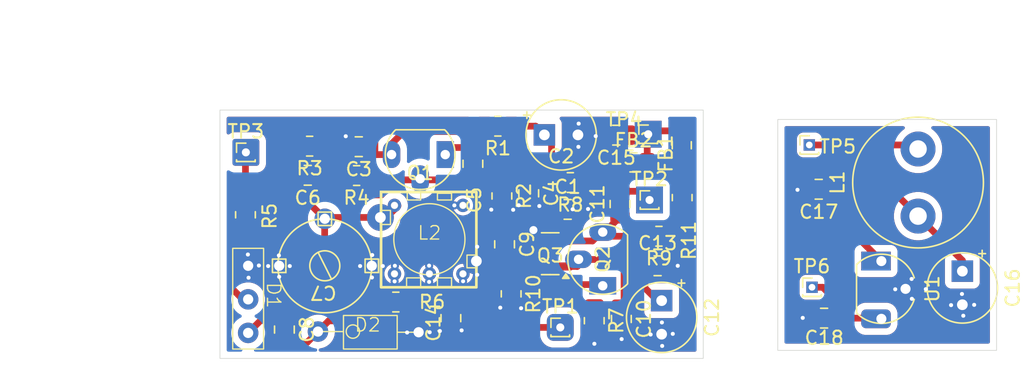
<source format=kicad_pcb>
(kicad_pcb (version 20241229) (generator "pcbnew") (generator_version "9.0")
  (layers (0 "F.Cu" signal) (2 "B.Cu" signal) (13 "F.Paste" user) (15 "B.Paste" user) (5 "F.SilkS" user "F.Silkscreen") (7 "B.SilkS" user "B.Silkscreen") (1 "F.Mask" user) (3 "B.Mask" user) (25 "Edge.Cuts" user))
  (net 0 "")
  (net 1 "GND")
  (net 2 "Net-(C1-Pad1)")
  (net 3 "Net-(Q1-C)")
  (net 4 "Net-(Q1-E)")
  (net 5 "Net-(Q1-B)")
  (net 6 "Net-(D1-A2)")
  (net 7 "Net-(D2-A1)")
  (net 8 "Net-(Q2-G)")
  (net 9 "Net-(Q2-S)")
  (net 10 "Net-(C11-Pad2)")
  (net 11 "Net-(Q2-D)")
  (net 12 "Net-(C12-Pad1)")
  (net 13 "+14V")
  (net 14 "Net-(D1-K)")
  (net 15 "Net-(FB2-Pad1)")
  (net 16 "Net-(FB1-Pad2)")
  (net 17 "Net-(R5-Pad2)")
  (net 18 "Net-(C14-Pad1)")
  (net 19 "+12V")
  (net 20 "Net-(U1-VO)")
  (footprint "Resistor_SMD:R_0805_2012Metric_Pad1.20x1.40mm_HandSolder" (layer "F.Cu") (at 133.78 96.88 180)
    (property "Reference" "R4" (at 0 -1.65 0) (layer "F.SilkS"))
    (property "Value" "15k")
    (fp_line (start -0.227064 0.735) (end 0.227064 0.735) (stroke (width 0.12)) (layer "F.SilkS"))
    (fp_line (start -0.227064 -0.735) (end 0.227064 -0.735) (stroke (width 0.12)) (layer "F.SilkS"))
    (pad "1" smd roundrect (at -1 0 180) (size 1.2 1.4) (layers "F.Cu" "F.Mask" "F.Paste") (roundrect_rratio 0.208333) (net 3 "Net-(Q1-C)"))
    (pad "2" smd roundrect (at 1 0 180) (size 1.2 1.4) (layers "F.Cu" "F.Mask" "F.Paste") (roundrect_rratio 0.208333) (net 5 "Net-(Q1-B)"))
  )
  (footprint "Connector_PinHeader_1.00mm:PinHeader_1x01_P1.00mm_Vertical" (layer "F.Cu") (at 125.53 95.15)
    (property "Reference" "TP3" (at 0 -1.56 0) (layer "F.SilkS"))
    (property "Value" "Vwarikap")
    (fp_line (start -0.695 -0.685) (end 0 -0.685) (stroke (width 0.12)) (layer "F.SilkS"))
    (fp_line (start -0.695 0) (end -0.695 -0.685) (stroke (width 0.12)) (layer "F.SilkS"))
    (fp_line (start -0.695 0.685) (end -0.695 0.56) (stroke (width 0.12)) (layer "F.SilkS"))
    (fp_line (start -0.695 0.685) (end -0.608276 0.685) (stroke (width 0.12)) (layer "F.SilkS"))
    (fp_line (start -0.695 0.685) (end 0.695 0.685) (stroke (width 0.12)) (layer "F.SilkS"))
    (fp_line (start 0.608276 0.685) (end 0.695 0.685) (stroke (width 0.12)) (layer "F.SilkS"))
    (fp_line (start 0.695 0.685) (end 0.695 0.56) (stroke (width 0.12)) (layer "F.SilkS"))
    (pad "1" thru_hole roundrect (at 0 0) (size 2 2) (drill 0.6) (layers "*.Cu" "*.Mask") (roundrect_rratio 0.1) (net 17 "Net-(R5-Pad2)"))
  )
  (footprint "Package_TO_SOT_THT:TO-92_Inline" (layer "F.Cu") (at 152.1125 104.39 90)
    (property "Reference" "Q2" (at 1.27 0 90) (layer "F.SilkS"))
    (property "Value" "BF245A")
    (fp_line (start -0.53 1.85) (end 3.07 1.85) (stroke (width 0.12)) (layer "F.SilkS"))
    (fp_arc (start 1.27 -2.6) (mid 3.672087 -0.994977) (end 3.108478 1.838478) (stroke (width 0.12)) (layer "F.SilkS"))
    (fp_arc (start -0.568478 1.838478) (mid -1.132087 -0.994977) (end 1.27 -2.6) (stroke (width 0.12)) (layer "F.SilkS"))
    (pad "1" thru_hole rect (at -0.7 0 90) (size 1.3 2) (drill 0.7) (layers "*.Cu" "*.Mask") (net 8 "Net-(Q2-G)"))
    (pad "2" thru_hole oval (at 1.27 -1.8 90) (size 1.3 2) (drill 0.7) (layers "*.Cu" "*.Mask") (net 9 "Net-(Q2-S)"))
    (pad "3" thru_hole oval (at 3.3 0 90) (size 1.3 2) (drill 0.7) (layers "*.Cu" "*.Mask") (net 11 "Net-(Q2-D)"))
  )
  (footprint "Capacitor_SMD:C_0805_2012Metric" (layer "F.Cu") (at 142.44 96 90)
    (property "Reference" "C5" (at -2.7 0.1 90) (layer "F.SilkS"))
    (property "Value" "12p")
    (fp_line (start -0.261252 -0.735) (end 0.261252 -0.735) (stroke (width 0.12)) (layer "F.SilkS"))
    (fp_line (start -0.261252 0.735) (end 0.261252 0.735) (stroke (width 0.12)) (layer "F.SilkS"))
    (pad "1" smd roundrect (at -0.95 0 90) (size 1 1.45) (layers "F.Cu" "F.Mask" "F.Paste") (net 5 "Net-(Q1-B)"))
    (pad "2" smd roundrect (at 0.95 0 90) (size 1 1.45) (layers "F.Cu" "F.Mask" "F.Paste") (net 4 "Net-(Q1-E)"))
  )
  (footprint "Resistor_SMD:R_0805_2012Metric_Pad1.20x1.40mm_HandSolder" (layer "F.Cu") (at 156.3 101.4 180)
    (property "Reference" "R9" (at 0 -1.65 0) (layer "F.SilkS"))
    (property "Value" "1k6")
    (fp_line (start -0.227064 0.735) (end 0.227064 0.735) (stroke (width 0.12)) (layer "F.SilkS"))
    (fp_line (start -0.227064 -0.735) (end 0.227064 -0.735) (stroke (width 0.12)) (layer "F.SilkS"))
    (pad "1" smd roundrect (at -1 0 180) (size 1.2 1.4) (layers "F.Cu" "F.Mask" "F.Paste") (roundrect_rratio 0.208333) (net 12 "Net-(C12-Pad1)"))
    (pad "2" smd roundrect (at 1 0 180) (size 1.2 1.4) (layers "F.Cu" "F.Mask" "F.Paste") (roundrect_rratio 0.208333) (net 11 "Net-(Q2-D)"))
  )
  (footprint "Capacitor_SMD:C_0805_2012Metric" (layer "F.Cu") (at 153.12 93.87 180)
    (property "Reference" "C15" (at 0 -1.68 0) (layer "F.SilkS"))
    (property "Value" "100n")
    (fp_line (start -0.261252 0.735) (end 0.261252 0.735) (stroke (width 0.12)) (layer "F.SilkS"))
    (fp_line (start -0.261252 -0.735) (end 0.261252 -0.735) (stroke (width 0.12)) (layer "F.SilkS"))
    (pad "1" smd roundrect (at -0.95 0 180) (size 1 1.45) (layers "F.Cu" "F.Mask" "F.Paste") (net 19 "+12V"))
    (pad "2" smd roundrect (at 0.95 0 180) (size 1 1.45) (layers "F.Cu" "F.Mask" "F.Paste") (net 1 "GND"))
  )
  (footprint "Capacitor_SMD:C_0805_2012Metric" (layer "F.Cu") (at 149.5 99.4)
    (property "Reference" "C1" (at 0 -1.68 0) (layer "F.SilkS"))
    (property "Value" "100n")
    (fp_line (start -0.261252 -0.735) (end 0.261252 -0.735) (stroke (width 0.12)) (layer "F.SilkS"))
    (fp_line (start -0.261252 0.735) (end 0.261252 0.735) (stroke (width 0.12)) (layer "F.SilkS"))
    (pad "1" smd roundrect (at -0.95 0) (size 1 1.45) (layers "F.Cu" "F.Mask" "F.Paste") (net 2 "Net-(C1-Pad1)"))
    (pad "2" smd roundrect (at 0.95 0) (size 1 1.45) (layers "F.Cu" "F.Mask" "F.Paste") (net 1 "GND"))
  )
  (footprint "Resistor_SMD:R_0805_2012Metric_Pad1.20x1.40mm_HandSolder" (layer "F.Cu") (at 144.3 93.2 180)
    (property "Reference" "R1" (at 0 -1.65 0) (layer "F.SilkS"))
    (property "Value" "1k")
    (fp_line (start -0.227064 0.735) (end 0.227064 0.735) (stroke (width 0.12)) (layer "F.SilkS"))
    (fp_line (start -0.227064 -0.735) (end 0.227064 -0.735) (stroke (width 0.12)) (layer "F.SilkS"))
    (pad "1" smd roundrect (at -1 0 180) (size 1.2 1.4) (layers "F.Cu" "F.Mask" "F.Paste") (roundrect_rratio 0.208333) (net 2 "Net-(C1-Pad1)"))
    (pad "2" smd roundrect (at 1 0 180) (size 1.2 1.4) (layers "F.Cu" "F.Mask" "F.Paste") (roundrect_rratio 0.208333) (net 3 "Net-(Q1-C)"))
  )
  (footprint "Package_TO_SOT_SMD:SOT-23" (layer "F.Cu") (at 148.2 102.7 180)
    (property "Reference" "Q3" (at 0 -0.14 0) (layer "F.SilkS"))
    (property "Value" "BF545B")
    (fp_line (start 0 1.56) (end 0.65 1.56) (stroke (width 0.12)) (layer "F.SilkS"))
    (fp_line (start 0 1.56) (end -0.65 1.56) (stroke (width 0.12)) (layer "F.SilkS"))
    (fp_line (start 0 -1.56) (end 0.65 -1.56) (stroke (width 0.12)) (layer "F.SilkS"))
    (fp_line (start 0 -1.56) (end -0.65 -1.56) (stroke (width 0.12)) (layer "F.SilkS"))
    (fp_poly (pts (xy -1.1625 -1.51) (xy -1.4025 -1.84) (xy -0.9225 -1.84) (xy -1.1625 -1.51)) (stroke (width 0.12)) (fill yes) (layer "F.SilkS"))
    (pad "1" smd roundrect (at -0.9375 -0.95 180) (size 1.475 0.6) (layers "F.Cu" "F.Mask" "F.Paste") (net 9 "Net-(Q2-S)"))
    (pad "2" smd roundrect (at -0.9375 0.95 180) (size 1.475 0.6) (layers "F.Cu" "F.Mask" "F.Paste") (net 11 "Net-(Q2-D)"))
    (pad "3" smd roundrect (at 0.9375 0 180) (size 1.475 0.6) (layers "F.Cu" "F.Mask" "F.Paste") (net 8 "Net-(Q2-G)"))
  )
  (footprint "Resistor_SMD:R_0805_2012Metric_Pad1.20x1.40mm_HandSolder" (layer "F.Cu") (at 136.7 106.3)
    (property "Reference" "R6" (at 2.7 0 0) (layer "F.SilkS"))
    (property "Value" "100k")
    (fp_line (start -0.227064 -0.735) (end 0.227064 -0.735) (stroke (width 0.12)) (layer "F.SilkS"))
    (fp_line (start -0.227064 0.735) (end 0.227064 0.735) (stroke (width 0.12)) (layer "F.SilkS"))
    (pad "1" smd roundrect (at -1 0) (size 1.2 1.4) (layers "F.Cu" "F.Mask" "F.Paste") (roundrect_rratio 0.208333) (net 7 "Net-(D2-A1)"))
    (pad "2" smd roundrect (at 1 0) (size 1.2 1.4) (layers "F.Cu" "F.Mask" "F.Paste") (roundrect_rratio 0.208333) (net 18 "Net-(C14-Pad1)"))
  )
  (footprint "Cewki:Cewka-powietrzna-5mm" (layer "F.Cu") (at 139.2 101.65)
    (property "Reference" "L2" (at 0 -0.5 0) (layer "F.SilkS") (effects (font (thickness 0.1))))
    (property "Value" "70n")
    (fp_rect (start -3.65 -2.175) (end -2.9 -1.125) (stroke (width 0.1)) (fill no) (layer "F.SilkS"))
    (fp_rect (start -3.6 -3.55) (end 3.5 3.55) (stroke (width 0.2)) (fill no) (layer "F.SilkS"))
    (fp_rect (start -1.7 2.85) (end -0.65 3.55) (stroke (width 0.1)) (fill no) (layer "F.SilkS"))
    (fp_rect (start -1.65 -3.5) (end -0.65 -2.95) (stroke (width 0.1)) (fill no) (layer "F.SilkS"))
    (fp_rect (start 0.6 -3.45) (end 1.65 -2.95) (stroke (width 0.1)) (fill no) (layer "F.SilkS"))
    (fp_rect (start 0.6 2.85) (end 1.65 3.5) (stroke (width 0.1)) (fill no) (layer "F.SilkS"))
    (fp_rect (start 2.8 1.15) (end 3.55 2.1) (stroke (width 0.1)) (fill no) (layer "F.SilkS"))
    (fp_circle (center 0 -0.025) (end 2.65 -0.025) (stroke (width 0.1)) (fill no) (layer "F.SilkS"))
    (fp_circle (center -2.6 -2.55) (end -2.35 -2.55) (stroke (width 0.05)) (fill no) (layer "Edge.Cuts"))
    (fp_circle (center -2.6 2.55) (end -2.35 2.55) (stroke (width 0.05)) (fill no) (layer "Edge.Cuts"))
    (fp_circle (center 0 2.55) (end 0.25 2.55) (stroke (width 0.05)) (fill no) (layer "Edge.Cuts"))
    (fp_circle (center 2.5 -2.55) (end 2.75 -2.55) (stroke (width 0.05)) (fill no) (layer "Edge.Cuts"))
    (fp_circle (center 2.5 2.55) (end 2.75 2.55) (stroke (width 0.05)) (fill no) (layer "Edge.Cuts"))
    (pad "1" thru_hole circle (at -3.65 -1.65) (size 2 2) (drill 0.8) (layers "*.Cu" "*.Mask") (net 6 "Net-(D1-A2)"))
    (pad "2" thru_hole circle (at 3.5 1.6) (size 2 2) (drill 0.8) (layers "*.Cu" "*.Mask") (net 1 "GND"))
    (pad "3" thru_hole circle (at -2.6 -2.55) (size 1 1) (drill 0.5) (layers "*.Cu" "*.Mask"))
    (pad "4" thru_hole circle (at 2.5 -2.55) (size 1 1) (drill 0.5) (layers "*.Cu" "*.Mask") (net 1 "GND"))
    (pad "5" thru_hole circle (at -2.6 2.55) (size 1 1) (drill 0.5) (layers "*.Cu" "*.Mask") (net 1 "GND"))
    (pad "6" thru_hole circle (at 0 2.55) (size 1 1) (drill 0.5) (layers "*.Cu" "*.Mask") (net 1 "GND"))
    (pad "7" thru_hole circle (at 2.5 2.55) (size 1 1) (drill 0.5) (layers "*.Cu" "*.Mask") (net 1 "GND"))
  )
  (footprint "Connector_PinHeader_1.00mm:PinHeader_1x01_P1.00mm_Vertical" (layer "F.Cu") (at 155.6 98.7)
    (property "Reference" "TP2" (at 0 -1.56 0) (layer "F.SilkS"))
    (property "Value" "Heterodyna OUT")
    (fp_line (start -0.695 -0.685) (end 0 -0.685) (stroke (width 0.12)) (layer "F.SilkS"))
    (fp_line (start -0.695 0) (end -0.695 -0.685) (stroke (width 0.12)) (layer "F.SilkS"))
    (fp_line (start -0.695 0.685) (end -0.695 0.56) (stroke (width 0.12)) (layer "F.SilkS"))
    (fp_line (start -0.695 0.685) (end -0.608276 0.685) (stroke (width 0.12)) (layer "F.SilkS"))
    (fp_line (start -0.695 0.685) (end 0.695 0.685) (stroke (width 0.12)) (layer "F.SilkS"))
    (fp_line (start 0.608276 0.685) (end 0.695 0.685) (stroke (width 0.12)) (layer "F.SilkS"))
    (fp_line (start 0.695 0.685) (end 0.695 0.56) (stroke (width 0.12)) (layer "F.SilkS"))
    (pad "1" thru_hole rect (at 0 0) (size 2 2) (drill 0.6) (layers "*.Cu" "*.Mask") (net 10 "Net-(C11-Pad2)"))
  )
  (footprint "Inductor_THT:L_Radial_D9.5mm_P5.00mm_Fastron_07HVP" (layer "F.Cu") (at 175.6 99.9 90)
    (property "Reference" "L1" (at 2.5 -6 90) (layer "F.SilkS"))
    (property "Value" "10u")
    (fp_circle (center 2.5 0) (end 7.37 0) (stroke (width 0.12)) (fill no) (layer "F.SilkS"))
    (pad "1" thru_hole circle (at 0 0 90) (size 2.6 2.6) (drill 1.3) (layers "*.Cu" "*.Mask") (net 20 "Net-(U1-VO)"))
    (pad "2" thru_hole circle (at 5 0 90) (size 2.6 2.6) (drill 1.3) (layers "*.Cu" "*.Mask") (net 19 "+12V"))
  )
  (footprint "Connector_PinHeader_1.00mm:PinHeader_1x01_P1.00mm_Vertical" (layer "F.Cu") (at 167.5 94.6)
    (property "Reference" "TP5" (at 2.12 0.12 0) (layer "F.SilkS"))
    (property "Value" "+12V")
    (fp_line (start -0.695 -0.685) (end 0 -0.685) (stroke (width 0.12)) (layer "F.SilkS"))
    (fp_line (start -0.695 0) (end -0.695 -0.685) (stroke (width 0.12)) (layer "F.SilkS"))
    (fp_line (start -0.695 0.685) (end -0.695 0.56) (stroke (width 0.12)) (layer "F.SilkS"))
    (fp_line (start -0.695 0.685) (end -0.608276 0.685) (stroke (width 0.12)) (layer "F.SilkS"))
    (fp_line (start -0.695 0.685) (end 0.695 0.685) (stroke (width 0.12)) (layer "F.SilkS"))
    (fp_line (start 0.608276 0.685) (end 0.695 0.685) (stroke (width 0.12)) (layer "F.SilkS"))
    (fp_line (start 0.695 0.685) (end 0.695 0.56) (stroke (width 0.12)) (layer "F.SilkS"))
    (pad "1" thru_hole rect (at 0 0) (size 0.85 0.85) (drill 0.5) (layers "*.Cu" "*.Mask") (net 19 "+12V"))
  )
  (footprint "Capacitor_SMD:C_0805_2012Metric" (layer "F.Cu") (at 130.14 96.86 180)
    (property "Reference" "C6" (at 0 -1.68 0) (layer "F.SilkS"))
    (property "Value" "12p")
    (fp_line (start -0.261252 0.735) (end 0.261252 0.735) (stroke (width 0.12)) (layer "F.SilkS"))
    (fp_line (start -0.261252 -0.735) (end 0.261252 -0.735) (stroke (width 0.12)) (layer "F.SilkS"))
    (pad "1" smd roundrect (at -0.95 0 180) (size 1 1.45) (layers "F.Cu" "F.Mask" "F.Paste") (net 5 "Net-(Q1-B)"))
    (pad "2" smd roundrect (at 0.95 0 180) (size 1 1.45) (layers "F.Cu" "F.Mask" "F.Paste") (net 6 "Net-(D1-A2)"))
  )
  (footprint "Resistor_SMD:R_0805_2012Metric_Pad1.20x1.40mm_HandSolder" (layer "F.Cu") (at 158.03 98.52 -90)
    (property "Reference" "R11" (at 3.2 -0.5 90) (layer "F.SilkS"))
    (property "Value" "100")
    (fp_line (start -0.227064 0.735) (end 0.227064 0.735) (stroke (width 0.12)) (layer "F.SilkS"))
    (fp_line (start -0.227064 -0.735) (end 0.227064 -0.735) (stroke (width 0.12)) (layer "F.SilkS"))
    (pad "1" smd roundrect (at -1 0 270) (size 1.2 1.4) (layers "F.Cu" "F.Mask" "F.Paste") (roundrect_rratio 0.208333) (net 16 "Net-(FB1-Pad2)"))
    (pad "2" smd roundrect (at 1 0 270) (size 1.2 1.4) (layers "F.Cu" "F.Mask" "F.Paste") (roundrect_rratio 0.208333) (net 12 "Net-(C12-Pad1)"))
  )
  (footprint "Capacitor_SMD:C_0805_2012Metric" (layer "F.Cu") (at 156.2 103.6)
    (property "Reference" "C13" (at 0 -1.68 0) (layer "F.SilkS"))
    (property "Value" "100n")
    (fp_line (start -0.261252 -0.735) (end 0.261252 -0.735) (stroke (width 0.12)) (layer "F.SilkS"))
    (fp_line (start -0.261252 0.735) (end 0.261252 0.735) (stroke (width 0.12)) (layer "F.SilkS"))
    (pad "1" smd roundrect (at -0.95 0) (size 1 1.45) (layers "F.Cu" "F.Mask" "F.Paste") (net 12 "Net-(C12-Pad1)"))
    (pad "2" smd roundrect (at 0.95 0) (size 1 1.45) (layers "F.Cu" "F.Mask" "F.Paste") (net 1 "GND"))
  )
  (footprint "Capacitor_SMD:C_0805_2012Metric" (layer "F.Cu") (at 168.2 97.9 180)
    (property "Reference" "C17" (at 0 -1.68 0) (layer "F.SilkS"))
    (property "Value" "100n")
    (fp_line (start -0.261252 0.735) (end 0.261252 0.735) (stroke (width 0.12)) (layer "F.SilkS"))
    (fp_line (start -0.261252 -0.735) (end 0.261252 -0.735) (stroke (width 0.12)) (layer "F.SilkS"))
    (pad "1" smd roundrect (at -0.95 0 180) (size 1 1.45) (layers "F.Cu" "F.Mask" "F.Paste") (net 20 "Net-(U1-VO)"))
    (pad "2" smd roundrect (at 0.95 0 180) (size 1 1.45) (layers "F.Cu" "F.Mask" "F.Paste") (net 1 "GND"))
  )
  (footprint "Resistor_SMD:R_0805_2012Metric_Pad1.20x1.40mm_HandSolder" (layer "F.Cu") (at 125.5 99.8 90)
    (property "Reference" "R5" (at -0.1 1.8 90) (layer "F.SilkS"))
    (property "Value" "56k")
    (fp_line (start -0.227064 -0.735) (end 0.227064 -0.735) (stroke (width 0.12)) (layer "F.SilkS"))
    (fp_line (start -0.227064 0.735) (end 0.227064 0.735) (stroke (width 0.12)) (layer "F.SilkS"))
    (pad "1" smd roundrect (at -1 0 90) (size 1.2 1.4) (layers "F.Cu" "F.Mask" "F.Paste") (roundrect_rratio 0.208333) (net 14 "Net-(D1-K)"))
    (pad "2" smd roundrect (at 1 0 90) (size 1.2 1.4) (layers "F.Cu" "F.Mask" "F.Paste") (roundrect_rratio 0.208333) (net 17 "Net-(R5-Pad2)"))
  )
  (footprint "Capacitor_SMD:C_0805_2012Metric" (layer "F.Cu") (at 128.4 108.35 -90)
    (property "Reference" "C8" (at 0 -1.68 90) (layer "F.SilkS"))
    (property "Value" "1p")
    (fp_line (start -0.261252 0.735) (end 0.261252 0.735) (stroke (width 0.12)) (layer "F.SilkS"))
    (fp_line (start -0.261252 -0.735) (end 0.261252 -0.735) (stroke (width 0.12)) (layer "F.SilkS"))
    (pad "1" smd roundrect (at -0.95 0 270) (size 1 1.45) (layers "F.Cu" "F.Mask" "F.Paste") (net 6 "Net-(D1-A2)"))
    (pad "2" smd roundrect (at 0.95 0 270) (size 1 1.45) (layers "F.Cu" "F.Mask" "F.Paste") (net 7 "Net-(D2-A1)"))
  )
  (footprint "Connector_PinHeader_1.00mm:PinHeader_1x01_P1.00mm_Vertical" (layer "F.Cu") (at 155.5 93.8)
    (property "Reference" "TP4" (at -1.8 -1.1 0) (layer "F.SilkS"))
    (property "Value" "+Vcc")
    (fp_line (start -0.695 -0.685) (end 0 -0.685) (stroke (width 0.12)) (layer "F.SilkS"))
    (fp_line (start -0.695 0) (end -0.695 -0.685) (stroke (width 0.12)) (layer "F.SilkS"))
    (fp_line (start -0.695 0.685) (end -0.695 0.56) (stroke (width 0.12)) (layer "F.SilkS"))
    (fp_line (start -0.695 0.685) (end -0.608276 0.685) (stroke (width 0.12)) (layer "F.SilkS"))
    (fp_line (start -0.695 0.685) (end 0.695 0.685) (stroke (width 0.12)) (layer "F.SilkS"))
    (fp_line (start 0.608276 0.685) (end 0.695 0.685) (stroke (width 0.12)) (layer "F.SilkS"))
    (fp_line (start 0.695 0.685) (end 0.695 0.56) (stroke (width 0.12)) (layer "F.SilkS"))
    (pad "1" thru_hole rect (at 0 0) (size 2 2) (drill 0.6) (layers "*.Cu" "*.Mask") (net 19 "+12V"))
  )
  (footprint "Trymery_ceramiczne:Trymer 3-10pF" (layer "F.Cu") (at 131.41 103.6 180)
    (property "Reference" "C7" (at 0.1 -2 180) (layer "F.SilkS"))
    (property "Value" "3-12p")
    (fp_line (start -0.5 -1) (end 0.5 1) (stroke (width 0.12)) (layer "F.SilkS"))
    (fp_rect (start 2.9 -0.5) (end 3.9 0.5) (stroke (width 0.12)) (fill no) (layer "F.SilkS"))
    (fp_rect (start -0.5 3) (end 0.5 4) (stroke (width 0.12)) (fill no) (layer "F.SilkS"))
    (fp_rect (start -4 -0.5) (end -3 0.5) (stroke (width 0.12)) (fill no) (layer "F.SilkS"))
    (fp_circle (center 0 0) (end 3.5 0) (stroke (width 0.12)) (fill no) (layer "F.SilkS"))
    (fp_circle (center 0 0) (end 1 0.5) (stroke (width 0.12)) (fill no) (layer "F.SilkS"))
    (pad "1" thru_hole circle (at 0 3.5 180) (size 1.524 1.524) (drill 0.762) (layers "*.Cu" "*.Mask") (net 6 "Net-(D1-A2)"))
    (pad "2" thru_hole circle (at -3.5 0 180) (size 1.524 1.524) (drill 0.762) (layers "*.Cu" "*.Mask") (net 1 "GND"))
    (pad "2" thru_hole circle (at 3.4 0 180) (size 1.524 1.524) (drill 0.762) (layers "*.Cu" "*.Mask") (net 1 "GND"))
  )
  (footprint "Resistor_SMD:R_0805_2012Metric_Pad1.20x1.40mm_HandSolder" (layer "F.Cu") (at 130.28 94.69 180)
    (property "Reference" "R3" (at 0 -1.65 0) (layer "F.SilkS"))
    (property "Value" "10k")
    (fp_line (start -0.227064 0.735) (end 0.227064 0.735) (stroke (width 0.12)) (layer "F.SilkS"))
    (fp_line (start -0.227064 -0.735) (end 0.227064 -0.735) (stroke (width 0.12)) (layer "F.SilkS"))
    (pad "1" smd roundrect (at -1 0 180) (size 1.2 1.4) (layers "F.Cu" "F.Mask" "F.Paste") (roundrect_rratio 0.208333) (net 5 "Net-(Q1-B)"))
    (pad "2" smd roundrect (at 1 0 180) (size 1.2 1.4) (layers "F.Cu" "F.Mask" "F.Paste") (roundrect_rratio 0.208333) (net 6 "Net-(D1-A2)"))
  )
  (footprint "Package_TO_SOT_THT:TO-92L_HandSolder" (layer "F.Cu") (at 172.8675 104.05 -90)
    (property "Reference" "U1" (at 1.27 -3.8 90) (layer "F.SilkS"))
    (property "Value" "LM78L12_TO92")
    (fp_line (start -0.53 1.85) (end 3.07 1.85) (stroke (width 0.12)) (layer "F.SilkS"))
    (fp_arc (start -0.541453 1.842156) (mid -1.247298 -0.581475) (end 0.45 -2.45) (stroke (width 0.12)) (layer "F.SilkS"))
    (fp_arc (start 2.05 -2.45) (mid 3.769931 -0.601036) (end 3.078445 1.827684) (stroke (width 0.12)) (layer "F.SilkS"))
    (pad "1" thru_hole rect (at -0.8 0 270) (size 1.4 2.2) (drill 0.75 (offset 0 0.4)) (layers "*.Cu" "*.Mask") (net 20 "Net-(U1-VO)"))
    (pad "2" thru_hole roundrect (at 1.27 -1.8 270) (size 1.4 2.2) (drill 0.75 (offset 0 -0.4)) (layers "*.Cu" "*.Mask") (net 1 "GND"))
    (pad "3" thru_hole roundrect (at 3.5 0 270) (size 1.4 2.2) (drill 0.75 (offset 0 0.4)) (layers "*.Cu" "*.Mask") (net 13 "+14V"))
  )
  (footprint "Capacitor_THT:CP_Radial_Tantal_D5.0mm_P2.50mm" (layer "F.Cu") (at 178.9 104 -90)
    (property "Reference" "C16" (at 1.25 -3.75 90) (layer "F.SilkS"))
    (property "Value" "22u/16V")
    (fp_line (start -1.554775 -1.475) (end -1.054775 -1.475) (stroke (width 0.12)) (layer "F.SilkS"))
    (fp_line (start -1.304775 -1.725) (end -1.304775 -1.225) (stroke (width 0.12)) (layer "F.SilkS"))
    (fp_circle (center 1.25 0) (end 3.87 0) (stroke (width 0.12)) (fill no) (layer "F.SilkS"))
    (pad "1" thru_hole rect (at 0 0 270) (size 1.6 1.6) (drill 0.8) (layers "*.Cu" "*.Mask") (net 20 "Net-(U1-VO)"))
    (pad "2" thru_hole circle (at 2.5 0 270) (size 1.6 1.6) (drill 0.8) (layers "*.Cu" "*.Mask") (net 1 "GND"))
  )
  (footprint "Warikapy:BB105G" (layer "F.Cu") (at 134.6 108.5)
    (property "Reference" "D2" (at 0 -0.5 0) (layer "F.SilkS") (effects (font (thickness 0.1))))
    (property "Value" "BB105G")
    (fp_line (start -3.7 0) (end -1.8 0) (stroke (width 0.1)) (layer "F.SilkS"))
    (fp_line (start 2.2 0.05) (end 3.8 0.05) (stroke (width 0.1)) (layer "F.SilkS"))
    (fp_rect (start -1.8 -1.2) (end 2.2 1.3) (stroke (width 0.1)) (fill no) (layer "F.SilkS"))
    (fp_circle (center -1.1 0) (end -0.8 0.4) (stroke (width 0.1)) (fill no) (layer "F.SilkS"))
    (pad "1" thru_hole circle (at -3.7 0) (size 1.524 1.524) (drill 0.762) (layers "*.Cu" "*.Mask") (net 7 "Net-(D2-A1)"))
    (pad "2" thru_hole circle (at 3.8 0.05) (size 1.524 1.524) (drill 0.762) (layers "*.Cu" "*.Mask") (net 1 "GND"))
  )
  (footprint "Capacitor_SMD:C_0805_2012Metric" (layer "F.Cu") (at 140.8 107.5 -90)
    (property "Reference" "C14" (at 0.3 1.3 90) (layer "F.SilkS"))
    (property "Value" "10n")
    (fp_line (start -0.261252 0.735) (end 0.261252 0.735) (stroke (width 0.12)) (layer "F.SilkS"))
    (fp_line (start -0.261252 -0.735) (end 0.261252 -0.735) (stroke (width 0.12)) (layer "F.SilkS"))
    (pad "1" smd roundrect (at -0.95 0 270) (size 1 1.45) (layers "F.Cu" "F.Mask" "F.Paste") (net 18 "Net-(C14-Pad1)"))
    (pad "2" smd roundrect (at 0.95 0 270) (size 1 1.45) (layers "F.Cu" "F.Mask" "F.Paste") (net 1 "GND"))
  )
  (footprint "Inductor_SMD:L_0805_2012Metric_Pad1.15x1.40mm_HandSolder" (layer "F.Cu") (at 158 94.62 -90)
    (property "Reference" "FB1" (at 0.625 1.2 90) (layer "F.SilkS"))
    (property "Value" "BLM21HE802SN1L")
    (fp_line (start -0.261252 0.71) (end 0.261252 0.71) (stroke (width 0.12)) (layer "F.SilkS"))
    (fp_line (start -0.261252 -0.71) (end 0.261252 -0.71) (stroke (width 0.12)) (layer "F.SilkS"))
    (pad "1" smd roundrect (at -1.025 0 270) (size 1.15 1.4) (layers "F.Cu" "F.Mask" "F.Paste") (roundrect_rratio 0.217391) (net 19 "+12V"))
    (pad "2" smd roundrect (at 1.025 0 270) (size 1.15 1.4) (layers "F.Cu" "F.Mask" "F.Paste") (roundrect_rratio 0.217391) (net 16 "Net-(FB1-Pad2)"))
  )
  (footprint "Capacitor_SMD:C_0805_2012Metric" (layer "F.Cu") (at 153.5 107.56 -90)
    (property "Reference" "C10" (at 0 -1.68 90) (layer "F.SilkS"))
    (property "Value" "1n")
    (fp_line (start -0.261252 0.735) (end 0.261252 0.735) (stroke (width 0.12)) (layer "F.SilkS"))
    (fp_line (start -0.261252 -0.735) (end 0.261252 -0.735) (stroke (width 0.12)) (layer "F.SilkS"))
    (pad "1" smd roundrect (at -0.95 0 270) (size 1 1.45) (layers "F.Cu" "F.Mask" "F.Paste") (net 9 "Net-(Q2-S)"))
    (pad "2" smd roundrect (at 0.95 0 270) (size 1 1.45) (layers "F.Cu" "F.Mask" "F.Paste") (net 1 "GND"))
  )
  (footprint "Capacitor_SMD:C_0805_2012Metric" (layer "F.Cu") (at 133.94 94.73 180)
    (property "Reference" "C3" (at 0 -1.68 0) (layer "F.SilkS"))
    (property "Value" "1n")
    (fp_line (start -0.261252 0.735) (end 0.261252 0.735) (stroke (width 0.12)) (layer "F.SilkS"))
    (fp_line (start -0.261252 -0.735) (end 0.261252 -0.735) (stroke (width 0.12)) (layer "F.SilkS"))
    (pad "1" smd roundrect (at -0.95 0 180) (size 1 1.45) (layers "F.Cu" "F.Mask" "F.Paste") (net 3 "Net-(Q1-C)"))
    (pad "2" smd roundrect (at 0.95 0 180) (size 1 1.45) (layers "F.Cu" "F.Mask" "F.Paste") (net 1 "GND"))
  )
  (footprint "Capacitor_SMD:C_0805_2012Metric" (layer "F.Cu") (at 144.8 102 -90)
    (property "Reference" "C9" (at 0 -1.68 90) (layer "F.SilkS"))
    (property "Value" "2p2")
    (fp_line (start -0.261252 0.735) (end 0.261252 0.735) (stroke (width 0.12)) (layer "F.SilkS"))
    (fp_line (start -0.261252 -0.735) (end 0.261252 -0.735) (stroke (width 0.12)) (layer "F.SilkS"))
    (pad "1" smd roundrect (at -0.95 0 270) (size 1 1.45) (layers "F.Cu" "F.Mask" "F.Paste") (net 5 "Net-(Q1-B)"))
    (pad "2" smd roundrect (at 0.95 0 270) (size 1 1.45) (layers "F.Cu" "F.Mask" "F.Paste") (net 8 "Net-(Q2-G)"))
  )
  (footprint "Resistor_SMD:R_0805_2012Metric_Pad1.20x1.40mm_HandSolder" (layer "F.Cu") (at 144.6 98.4 -90)
    (property "Reference" "R2" (at 0 -1.65 90) (layer "F.SilkS"))
    (property "Value" "4k7")
    (fp_line (start -0.227064 0.735) (end 0.227064 0.735) (stroke (width 0.12)) (layer "F.SilkS"))
    (fp_line (start -0.227064 -0.735) (end 0.227064 -0.735) (stroke (width 0.12)) (layer "F.SilkS"))
    (pad "1" smd roundrect (at -1 0 270) (size 1.2 1.4) (layers "F.Cu" "F.Mask" "F.Paste") (roundrect_rratio 0.208333) (net 4 "Net-(Q1-E)"))
    (pad "2" smd roundrect (at 1 0 270) (size 1.2 1.4) (layers "F.Cu" "F.Mask" "F.Paste") (roundrect_rratio 0.208333) (net 1 "GND"))
  )
  (footprint "Resistor_SMD:R_0805_2012Metric_Pad1.20x1.40mm_HandSolder" (layer "F.Cu") (at 151.48 107.69 -90)
    (property "Reference" "R7" (at 0 -1.65 90) (layer "F.SilkS"))
    (property "Value" "200")
    (fp_line (start -0.227064 0.735) (end 0.227064 0.735) (stroke (width 0.12)) (layer "F.SilkS"))
    (fp_line (start -0.227064 -0.735) (end 0.227064 -0.735) (stroke (width 0.12)) (layer "F.SilkS"))
    (pad "1" smd roundrect (at -1 0 270) (size 1.2 1.4) (layers "F.Cu" "F.Mask" "F.Paste") (roundrect_rratio 0.208333) (net 9 "Net-(Q2-S)"))
    (pad "2" smd roundrect (at 1 0 270) (size 1.2 1.4) (layers "F.Cu" "F.Mask" "F.Paste") (roundrect_rratio 0.208333) (net 1 "GND"))
  )
  (footprint "Resistor_SMD:R_0805_2012Metric_Pad1.20x1.40mm_HandSolder" (layer "F.Cu") (at 149.7 97.4 180)
    (property "Reference" "R8" (at 0 -1.65 0) (layer "F.SilkS"))
    (property "Value" "100")
    (fp_line (start -0.227064 0.735) (end 0.227064 0.735) (stroke (width 0.12)) (layer "F.SilkS"))
    (fp_line (start -0.227064 -0.735) (end 0.227064 -0.735) (stroke (width 0.12)) (layer "F.SilkS"))
    (pad "1" smd roundrect (at -1 0 180) (size 1.2 1.4) (layers "F.Cu" "F.Mask" "F.Paste") (roundrect_rratio 0.208333) (net 15 "Net-(FB2-Pad1)"))
    (pad "2" smd roundrect (at 1 0 180) (size 1.2 1.4) (layers "F.Cu" "F.Mask" "F.Paste") (roundrect_rratio 0.208333) (net 2 "Net-(C1-Pad1)"))
  )
  (footprint "Capacitor_THT:CP_Radial_Tantal_D5.0mm_P2.50mm" (layer "F.Cu") (at 156.5 106.194888 -90)
    (property "Reference" "C12" (at 1.25 -3.75 90) (layer "F.SilkS"))
    (property "Value" "22u/16V")
    (fp_line (start -1.554775 -1.475) (end -1.054775 -1.475) (stroke (width 0.12)) (layer "F.SilkS"))
    (fp_line (start -1.304775 -1.725) (end -1.304775 -1.225) (stroke (width 0.12)) (layer "F.SilkS"))
    (fp_circle (center 1.25 0) (end 3.87 0) (stroke (width 0.12)) (fill no) (layer "F.SilkS"))
    (pad "1" thru_hole rect (at 0 0 270) (size 1.6 1.6) (drill 0.8) (layers "*.Cu" "*.Mask") (net 12 "Net-(C12-Pad1)"))
    (pad "2" thru_hole circle (at 2.5 0 270) (size 1.6 1.6) (drill 0.8) (layers "*.Cu" "*.Mask") (net 1 "GND"))
  )
  (footprint "Connector_PinHeader_1.00mm:PinHeader_1x01_P1.00mm_Vertical" (layer "F.Cu") (at 148.95 108.19)
    (property "Reference" "TP1" (at 0 -1.56 0) (layer "F.SilkS"))
    (property "Value" "ARCz")
    (fp_line (start -0.695 -0.685) (end 0 -0.685) (stroke (width 0.12)) (layer "F.SilkS"))
    (fp_line (start -0.695 0) (end -0.695 -0.685) (stroke (width 0.12)) (layer "F.SilkS"))
    (fp_line (start -0.695 0.685) (end -0.695 0.56) (stroke (width 0.12)) (layer "F.SilkS"))
    (fp_line (start -0.695 0.685) (end -0.608276 0.685) (stroke (width 0.12)) (layer "F.SilkS"))
    (fp_line (start -0.695 0.685) (end 0.695 0.685) (stroke (width 0.12)) (layer "F.SilkS"))
    (fp_line (start 0.608276 0.685) (end 0.695 0.685) (stroke (width 0.12)) (layer "F.SilkS"))
    (fp_line (start 0.695 0.685) (end 0.695 0.56) (stroke (width 0.12)) (layer "F.SilkS"))
    (pad "1" thru_hole roundrect (at 0 0) (size 2 2) (drill 0.6) (layers "*.Cu" "*.Mask") (net 18 "Net-(C14-Pad1)"))
  )
  (footprint "Capacitor_THT:CP_Radial_Tantal_D5.0mm_P2.50mm" (layer "F.Cu") (at 147.764888 93.85)
    (property "Reference" "C2" (at 1.25 1.6 0) (layer "F.SilkS"))
    (property "Value" "22u/16V")
    (fp_line (start -1.554775 -1.475) (end -1.054775 -1.475) (stroke (width 0.12)) (layer "F.SilkS"))
    (fp_line (start -1.304775 -1.725) (end -1.304775 -1.225) (stroke (width 0.12)) (layer "F.SilkS"))
    (fp_circle (center 1.25 0) (end 3.87 0) (stroke (width 0.12)) (fill no) (layer "F.SilkS"))
    (pad "1" thru_hole rect (at 0 0) (size 1.6 1.6) (drill 0.8) (layers "*.Cu" "*.Mask") (net 2 "Net-(C1-Pad1)"))
    (pad "2" thru_hole circle (at 2.5 0) (size 1.6 1.6) (drill 0.8) (layers "*.Cu" "*.Mask") (net 1 "GND"))
  )
  (footprint "Resistor_SMD:R_0805_2012Metric_Pad1.20x1.40mm_HandSolder" (layer "F.Cu") (at 145.29 105.69 -90)
    (property "Reference" "R10" (at 0 -1.65 90) (layer "F.SilkS"))
    (property "Value" "1M")
    (fp_line (start -0.227064 0.735) (end 0.227064 0.735) (stroke (width 0.12)) (layer "F.SilkS"))
    (fp_line (start -0.227064 -0.735) (end 0.227064 -0.735) (stroke (width 0.12)) (layer "F.SilkS"))
    (pad "1" smd roundrect (at -1 0 270) (size 1.2 1.4) (layers "F.Cu" "F.Mask" "F.Paste") (roundrect_rratio 0.208333) (net 8 "Net-(Q2-G)"))
    (pad "2" smd roundrect (at 1 0 270) (size 1.2 1.4) (layers "F.Cu" "F.Mask" "F.Paste") (roundrect_rratio 0.208333) (net 1 "GND"))
  )
  (footprint "Warikapy:BB104B" (layer "F.Cu") (at 125.7 106.2 -90)
    (property "Reference" "D1" (at -0.4 -1.9 270) (layer "F.SilkS") (effects (font (thickness 0.1))))
    (property "Value" "~")
    (fp_rect (start -3.9 -1.15) (end 3.6 1.15) (stroke (width 0.1)) (fill no) (layer "F.SilkS"))
    (pad "1" thru_hole circle (at -2.6 0 270) (size 1.524 1.524) (drill 0.762) (layers "*.Cu" "*.Mask") (net 1 "GND"))
    (pad "2" thru_hole circle (at 2.4 0 270) (size 1.524 1.524) (drill 0.762) (layers "*.Cu" "*.Mask") (net 6 "Net-(D1-A2)"))
    (pad "3" thru_hole circle (at -0.1 0 270) (size 1.524 1.524) (drill 0.762) (layers "*.Cu" "*.Mask") (net 14 "Net-(D1-K)"))
  )
  (footprint "Capacitor_SMD:C_0805_2012Metric" (layer "F.Cu") (at 168.6 107.5 180)
    (property "Reference" "C18" (at -0.01 -1.47 0) (layer "F.SilkS"))
    (property "Value" "100n")
    (fp_line (start -0.261252 0.735) (end 0.261252 0.735) (stroke (width 0.12)) (layer "F.SilkS"))
    (fp_line (start -0.261252 -0.735) (end 0.261252 -0.735) (stroke (width 0.12)) (layer "F.SilkS"))
    (pad "1" smd roundrect (at -0.95 0 180) (size 1 1.45) (layers "F.Cu" "F.Mask" "F.Paste") (net 13 "+14V"))
    (pad "2" smd roundrect (at 0.95 0 180) (size 1 1.45) (layers "F.Cu" "F.Mask" "F.Paste") (net 1 "GND"))
  )
  (footprint "Inductor_SMD:L_0805_2012Metric_Pad1.15x1.40mm_HandSolder" (layer "F.Cu") (at 154.4 95.9)
    (property "Reference" "FB2" (at 0 -1.65 0) (layer "F.SilkS"))
    (property "Value" "BLM21HE802SN1L")
    (fp_line (start -0.261252 -0.71) (end 0.261252 -0.71) (stroke (width 0.12)) (layer "F.SilkS"))
    (fp_line (start -0.261252 0.71) (end 0.261252 0.71) (stroke (width 0.12)) (layer "F.SilkS"))
    (pad "1" smd roundrect (at -1.025 0) (size 1.15 1.4) (layers "F.Cu" "F.Mask" "F.Paste") (roundrect_rratio 0.217391) (net 15 "Net-(FB2-Pad1)"))
    (pad "2" smd roundrect (at 1.025 0) (size 1.15 1.4) (layers "F.Cu" "F.Mask" "F.Paste") (roundrect_rratio 0.217391) (net 19 "+12V"))
  )
  (footprint "Package_TO_SOT_THT:TO-92_Inline" (layer "F.Cu") (at 139.7825 95.3175 180)
    (property "Reference" "Q1" (at 1.27 -1.3725 180) (layer "F.SilkS"))
    (property "Value" "2N3904")
    (fp_line (start -0.53 1.85) (end 3.07 1.85) (stroke (width 0.12)) (layer "F.SilkS"))
    (fp_arc (start 1.27 -2.6) (mid 3.672087 -0.994977) (end 3.108478 1.838478) (stroke (width 0.12)) (layer "F.SilkS"))
    (fp_arc (start -0.568478 1.838478) (mid -1.132087 -0.994977) (end 1.27 -2.6) (stroke (width 0.12)) (layer "F.SilkS"))
    (pad "1" thru_hole rect (at -0.6 0 180) (size 1.3 2) (drill 0.7) (layers "*.Cu" "*.Mask") (net 4 "Net-(Q1-E)"))
    (pad "2" thru_hole oval (at 1.27 -1.8 180) (size 1.3 2) (drill 0.7) (layers "*.Cu" "*.Mask") (net 5 "Net-(Q1-B)"))
    (pad "3" thru_hole oval (at 3.4 0 180) (size 1.3 2) (drill 0.7) (layers "*.Cu" "*.Mask") (net 3 "Net-(Q1-C)"))
  )
  (footprint "Capacitor_SMD:C_0805_2012Metric" (layer "F.Cu") (at 153.4 99 90)
    (property "Reference" "C11" (at 0 -1.68 90) (layer "F.SilkS"))
    (property "Value" "1p")
    (fp_line (start -0.261252 -0.735) (end 0.261252 -0.735) (stroke (width 0.12)) (layer "F.SilkS"))
    (fp_line (start -0.261252 0.735) (end 0.261252 0.735) (stroke (width 0.12)) (layer "F.SilkS"))
    (pad "1" smd roundrect (at -0.95 0 90) (size 1 1.45) (layers "F.Cu" "F.Mask" "F.Paste") (net 11 "Net-(Q2-D)"))
    (pad "2" smd roundrect (at 0.95 0 90) (size 1 1.45) (layers "F.Cu" "F.Mask" "F.Paste") (net 10 "Net-(C11-Pad2)"))
  )
  (footprint "Connector_PinHeader_1.00mm:PinHeader_1x01_P1.00mm_Vertical" (layer "F.Cu") (at 167.7 105.2)
    (property "Reference" "TP6" (at 0 -1.56 0) (layer "F.SilkS"))
    (property "Value" "+14V")
    (fp_line (start -0.695 -0.685) (end 0 -0.685) (stroke (width 0.12)) (layer "F.SilkS"))
    (fp_line (start -0.695 0) (end -0.695 -0.685) (stroke (width 0.12)) (layer "F.SilkS"))
    (fp_line (start -0.695 0.685) (end -0.695 0.56) (stroke (width 0.12)) (layer "F.SilkS"))
    (fp_line (start -0.695 0.685) (end -0.608276 0.685) (stroke (width 0.12)) (layer "F.SilkS"))
    (fp_line (start -0.695 0.685) (end 0.695 0.685) (stroke (width 0.12)) (layer "F.SilkS"))
    (fp_line (start 0.608276 0.685) (end 0.695 0.685) (stroke (width 0.12)) (layer "F.SilkS"))
    (fp_line (start 0.695 0.685) (end 0.695 0.56) (stroke (width 0.12)) (layer "F.SilkS"))
    (pad "1" thru_hole rect (at 0 0) (size 0.85 0.85) (drill 0.5) (layers "*.Cu" "*.Mask") (net 13 "+14V"))
  )
  (footprint "Capacitor_SMD:C_0805_2012Metric" (layer "F.Cu") (at 146.6 98.2 -90)
    (property "Reference" "C4" (at 0 -1.68 90) (layer "F.SilkS"))
    (property "Value" "12p")
    (fp_line (start -0.261252 0.735) (end 0.261252 0.735) (stroke (width 0.12)) (layer "F.SilkS"))
    (fp_line (start -0.261252 -0.735) (end 0.261252 -0.735) (stroke (width 0.12)) (layer "F.SilkS"))
    (pad "1" smd roundrect (at -0.95 0 270) (size 1 1.45) (layers "F.Cu" "F.Mask" "F.Paste") (net 4 "Net-(Q1-E)"))
    (pad "2" smd roundrect (at 0.95 0 270) (size 1 1.45) (layers "F.Cu" "F.Mask" "F.Paste") (net 1 "GND"))
  )
  (gr_rect (start 165.15 92.7) (end 181.45 109.9) (stroke (width 0.05)) (fill no) (layer "Edge.Cuts"))
  (gr_rect (start 123.6 92) (end 159.6 110.5) (stroke (width 0.05)) (fill no) (layer "Edge.Cuts"))
  (via (at 157.33 108.67) (size 0.6) (drill 0.3) (layers "F.Cu" "B.Cu") (net 1))
  (via (at 125.68 102.76) (size 0.6) (drill 0.3) (layers "F.Cu" "B.Cu") (net 1))
  (via (at 132.97 93.95) (size 0.6) (drill 0.3) (layers "F.Cu" "B.Cu") (net 1))
  (via (at 125.73 104.49) (size 0.6) (drill 0.3) (layers "F.Cu" "B.Cu") (net 1))
  (via (at 179.78 106.51) (size 0.6) (drill 0.3) (layers "F.Cu" "B.Cu") (net 1))
  (via (at 146.95 100.94) (size 1.6) (drill 0.6) (layers "F.Cu" "B.Cu") (net 1))
  (via (at 136.63 103.6) (size 0.6) (drill 0.3) (layers "F.Cu" "B.Cu") (net 1))
  (via (at 153.52 109.06) (size 0.6) (drill 0.3) (layers "F.Cu" "B.Cu") (net 1))
  (via (at 134.94 102.8) (size 0.6) (drill 0.3) (layers "F.Cu" "B.Cu") (net 1))
  (via (at 136.61 104.76) (size 0.6) (drill 0.3) (layers "F.Cu" "B.Cu") (net 1))
  (via (at 141.6 108.41) (size 0.6) (drill 0.3) (layers "F.Cu" "B.Cu") (net 1))
  (via (at 139.22 108.55) (size 0.6) (drill 0.3) (layers "F.Cu" "B.Cu") (net 1))
  (via (at 167.01 107.48) (size 0.6) (drill 0.3) (layers "F.Cu" "B.Cu") (net 1))
  (via (at 166.62 97.94) (size 0.6) (drill 0.3) (layers "F.Cu" "B.Cu") (net 1))
  (via (at 127.19 103.62) (size 0.6) (drill 0.3) (layers "F.Cu" "B.Cu") (net 1))
  (via (at 178.87 105.7) (size 0.6) (drill 0.3) (layers "F.Cu" "B.Cu") (net 1))
  (via (at 151.02 99.37) (size 0.6) (drill 0.3) (layers "F.Cu" "B.Cu") (net 1))
  (via (at 151.59 93.94) (size 0.6) (drill 0.3) (layers "F.Cu" "B.Cu") (net 1))
  (via (at 150.32 93.01) (size 0.6) (drill 0.3) (layers "F.Cu" "B.Cu") (net 1))
  (via (at 176.18 105.34) (size 0.6) (drill 0.3) (layers "F.Cu" "B.Cu") (net 1))
  (via (at 175.12 104.58) (size 0.6) (drill 0.3) (layers "F.Cu" "B.Cu") (net 1))
  (via (at 156.52 107.82) (size 0.6) (drill 0.3) (layers "F.Cu" "B.Cu") (net 1))
  (via (at 128.01 104.42) (size 0.6) (drill 0.3) (layers "F.Cu" "B.Cu") (net 1))
  (via (at 139.18 104.8) (size 0.6) (drill 0.3) (layers "F.Cu" "B.Cu") (net 1))
  (via (at 142.76 104.27) (size 0.6) (drill 0.3) (layers "F.Cu" "B.Cu") (net 1))
  (via (at 126.5 103.58) (size 0.6) (drill 0.3) (layers "F.Cu" "B.Cu") (net 1))
  (via (at 157.7 103.6) (size 0.6) (drill 0.3) (layers "F.Cu" "B.Cu") (net 1))
  (via (at 150.3 94.74) (size 0.6) (drill 0.3) (layers "F.Cu" "B.Cu") (net 1))
  (via (at 145.85 99.09) (size 0.6) (drill 0.3) (layers "F.Cu" "B.Cu") (net 1))
  (via (at 144.48 106.72) (size 0.6) (drill 0.3) (layers "F.Cu" "B.Cu") (net 1))
  (via (at 149.87 99.39) (size 0.6) (drill 0.3) (layers "F.Cu" "B.Cu") (net 1))
  (via (at 147.39 99.15) (size 0.6) (drill 0.3) (layers "F.Cu" "B.Cu") (net 1))
  (via (at 173.9 105.35) (size 0.6) (drill 0.3) (layers "F.Cu" "B.Cu") (net 1))
  (via (at 127.99 102.83) (size 0.6) (drill 0.3) (layers "F.Cu" "B.Cu") (net 1))
  (via (at 178.97 107.32) (size 0.6) (drill 0.3) (layers "F.Cu" "B.Cu") (net 1))
  (via (at 143.81 99.42) (size 0.6) (drill 0.3) (layers "F.Cu" "B.Cu") (net 1))
  (via (at 137.54 108.57) (size 0.6) (drill 0.3) (layers "F.Cu" "B.Cu") (net 1))
  (via (at 139.98 108.46) (size 0.6) (drill 0.3) (layers "F.Cu" "B.Cu") (net 1))
  (via (at 134.04 103.62) (size 0.6) (drill 0.3) (layers "F.Cu" "B.Cu") (net 1))
  (via (at 151.49 109.41) (size 0.6) (drill 0.3) (layers "F.Cu" "B.Cu") (net 1))
  (via (at 145.44 99.43) (size 0.6) (drill 0.3) (layers "F.Cu" "B.Cu") (net 1))
  (via (at 142.76 102.18) (size 0.6) (drill 0.3) (layers "F.Cu" "B.Cu") (net 1))
  (via (at 141.71 104.75) (size 0.6) (drill 0.3) (layers "F.Cu" "B.Cu") (net 1))
  (via (at 135.73 103.62) (size 0.6) (drill 0.3) (layers "F.Cu" "B.Cu") (net 1))
  (via (at 146.03 106.76) (size 0.6) (drill 0.3) (layers "F.Cu" "B.Cu") (net 1))
  (via (at 156.54 109.57) (size 0.6) (drill 0.3) (layers "F.Cu" "B.Cu") (net 1))
  (via (at 141.06 99.1) (size 0.6) (drill 0.3) (layers "F.Cu" "B.Cu") (net 1))
  (via (at 134.92 104.47) (size 0.6) (drill 0.3) (layers "F.Cu" "B.Cu") (net 1))
  (via (at 128.8 103.62) (size 0.6) (drill 0.3) (layers "F.Cu" "B.Cu") (net 1))
  (via (at 175.14 106.06) (size 0.6) (drill 0.3) (layers "F.Cu" "B.Cu") (net 1))
  (via (at 155.68 108.72) (size 0.6) (drill 0.3) (layers "F.Cu" "B.Cu") (net 1))
  (via (at 139.18 103.59) (size 0.6) (drill 0.3) (layers "F.Cu" "B.Cu") (net 1))
  (via (at 178.06 106.53) (size 0.6) (drill 0.3) (layers "F.Cu" "B.Cu") (net 1))
  (segment (start 148.55 97.55) (end 148.7 97.4) (width 0.5) (layer "F.Cu") (net 2))
  (segment (start 148.3 97.1) (end 148.6 97.4) (width 0.5) (layer "F.Cu") (net 2))
  (segment (start 148.55 99.4) (end 148.55 97.55) (width 0.5) (layer "F.Cu") (net 2))
  (segment (start 148.6 97.4) (end 148.7 97.4) (width 0.5) (layer "F.Cu") (net 2))
  (segment (start 145.3 93.2) (end 147.114888 93.2) (width 0.5) (layer "F.Cu") (net 2))
  (segment (start 148.3 94.385112) (end 148.3 97.1) (width 0.5) (layer "F.Cu") (net 2))
  (segment (start 147.114888 93.2) (end 147.764888 93.85) (width 0.5) (layer "F.Cu") (net 2))
  (segment (start 147.764888 93.85) (end 148.3 94.385112) (width 0.5) (layer "F.Cu") (net 2))
  (segment (start 136.3725 95.0075) (end 136.3825 95.0175) (width 0.5) (layer "F.Cu") (net 3))
  (segment (start 137.3 93.6) (end 136.3825 94.5175) (width 0.5) (layer "F.Cu") (net 3))
  (segment (start 136.3825 95.3175) (end 135.2075 95.3175) (width 0.5) (layer "F.Cu") (net 3))
  (segment (start 135.2075 95.3175) (end 134.78 94.89) (width 0.5) (layer "F.Cu") (net 3))
  (segment (start 134.78 94.89) (end 134.78 96.88) (width 0.5) (layer "F.Cu") (net 3))
  (segment (start 143.5 93.6) (end 137.3 93.6) (width 0.5) (layer "F.Cu") (net 3))
  (segment (start 136.3825 94.5175) (end 136.3825 95.3175) (width 0.5) (layer "F.Cu") (net 3))
  (segment (start 136.3825 95.3175) (end 136.3725 95.3075) (width 0.5) (layer "F.Cu") (net 3))
  (segment (start 140.59 94.79) (end 140.3725 95.0075) (width 0.5) (layer "F.Cu") (net 4))
  (segment (start 144.75 97.25) (end 144.6 97.4) (width 0.5) (layer "F.Cu") (net 4))
  (segment (start 144.6 97.05687) (end 144.6 97.4) (width 0.3) (layer "F.Cu") (net 4))
  (segment (start 142.44 94.79) (end 140.59 94.79) (width 0.5) (layer "F.Cu") (net 4))
  (segment (start 142.44 94.89687) (end 144.6 97.05687) (width 0.5) (layer "F.Cu") (net 4))
  (segment (start 146.6 97.25) (end 144.75 97.25) (width 0.5) (layer "F.Cu") (net 4))
  (segment (start 142.44 94.79) (end 142.44 94.89687) (width 0.3) (layer "F.Cu") (net 4))
  (segment (start 132.72 97.67) (end 132.72 97.58) (width 0.5) (layer "F.Cu") (net 5))
  (segment (start 142.9 97.15) (end 142.9 100.32) (width 0.5) (layer "F.Cu") (net 5))
  (segment (start 131.28 94.69) (end 131.22 94.75) (width 0.5) (layer "F.Cu") (net 5))
  (segment (start 142.44 96.69) (end 141.93 97.2) (width 0.5) (layer "F.Cu") (net 5))
  (segment (start 143.73 101.15) (end 144.5 101.15) (width 0.5) (layer "F.Cu") (net 5))
  (segment (start 133.37 98.32) (end 132.72 97.67) (width 0.5) (layer "F.Cu") (net 5))
  (segment (start 142.9 100.32) (end 143.73 101.15) (width 0.5) (layer "F.Cu") (net 5))
  (segment (start 131.09 96.86) (end 132.76 96.86) (width 0.5) (layer "F.Cu") (net 5))
  (segment (start 141.93 97.2) (end 136.75 97.2) (width 0.5) (layer "F.Cu") (net 5))
  (segment (start 132.72 97.58) (end 132.78 97.52) (width 0.5) (layer "F.Cu") (net 5))
  (segment (start 131.22 94.75) (end 131.22 96.73) (width 0.5) (layer "F.Cu") (net 5))
  (segment (start 135.63 98.32) (end 133.37 98.32) (width 0.5) (layer "F.Cu") (net 5))
  (segment (start 136.75 97.2) (end 135.63 98.32) (width 0.5) (layer "F.Cu") (net 5))
  (segment (start 125.7 108.6) (end 126.9 107.4) (width 0.5) (layer "F.Cu") (net 6))
  (segment (start 136.86 99.14) (end 135.9 100.1) (width 0.5) (layer "F.Cu") (net 6))
  (segment (start 129.19 96.86) (end 129.19 97.88) (width 0.5) (layer "F.Cu") (net 6))
  (segment (start 129.2 95.2) (end 129.2 96.85) (width 0.5) (layer "F.Cu") (net 6))
  (segment (start 131.41 100.1) (end 131.4 100.11) (width 0.5) (layer "F.Cu") (net 6))
  (segment (start 129.2 96.85) (end 129.19 96.86) (width 0.5) (layer "F.Cu") (net 6))
  (segment (start 131.4 104.4) (end 128.4 107.4) (width 0.5) (layer "F.Cu") (net 6))
  (segment (start 129.19 97.88) (end 131.41 100.1) (width 0.5) (layer "F.Cu") (net 6))
  (segment (start 131.4 100.11) (end 131.4 104.4) (width 0.5) (layer "F.Cu") (net 6))
  (segment (start 126.9 107.4) (end 128.4 107.4) (width 0.5) (layer "F.Cu") (net 6))
  (segment (start 131.7 100) (end 135.55 100) (width 0.5) (layer "F.Cu") (net 6))
  (segment (start 134.58 107.7) (end 135.6 106.68) (width 0.5) (layer "F.Cu") (net 7))
  (segment (start 128.4 109.3) (end 130.1 109.3) (width 0.5) (layer "F.Cu") (net 7))
  (segment (start 130.1 109.3) (end 130.9 108.5) (width 0.5) (layer "F.Cu") (net 7))
  (segment (start 131.7 107.7) (end 134.58 107.7) (width 0.5) (layer "F.Cu") (net 7))
  (segment (start 135.6 106.68) (end 135.6 106.1) (width 0.5) (layer "F.Cu") (net 7))
  (segment (start 130.9 108.5) (end 131.7 107.7) (width 0.5) (layer "F.Cu") (net 7))
  (segment (start 147.2625 102.7) (end 144.85 102.7) (width 0.5) (layer "F.Cu") (net 8))
  (segment (start 151.4 105) (end 145.6 105) (width 0.5) (layer "F.Cu") (net 8))
  (segment (start 145.6 105) (end 145.29 104.69) (width 0.5) (layer "F.Cu") (net 8))
  (segment (start 146.74 105) (end 147.56 105) (width 0.5) (layer "F.Cu") (net 8))
  (segment (start 144.8 102.75) (end 144.8 104.2) (width 0.5) (layer "F.Cu") (net 8))
  (segment (start 144.8 104.2) (end 145.29 104.69) (width 0.5) (layer "F.Cu") (net 8))
  (segment (start 144.85 102.7) (end 144.8 102.75) (width 0.5) (layer "F.Cu") (net 8))
  (segment (start 153.7 106.41) (end 153.36 106.75) (width 0.5) (layer "F.Cu") (net 9))
  (segment (start 150.21 103.65) (end 150.3125 103.5475) (width 0.5) (layer "F.Cu") (net 9))
  (segment (start 153.36 106.75) (end 151.9 106.75) (width 0.5) (layer "F.Cu") (net 9))
  (segment (start 149.1375 103.65) (end 150.21 103.65) (width 0.5) (layer "F.Cu") (net 9))
  (segment (start 153.33 103.13) (end 153.7 103.5) (width 0.5) (layer "F.Cu") (net 9))
  (segment (start 153.7 103.5) (end 153.7 106.41) (width 0.5) (layer "F.Cu") (net 9))
  (segment (start 150.3125 103.12) (end 150.3225 103.13) (width 0.5) (layer "F.Cu") (net 9))
  (segment (start 150.3225 103.13) (end 153.33 103.13) (width 0.5) (layer "F.Cu") (net 9))
  (segment (start 150.3125 103.5475) (end 150.3125 103.12) (width 0.5) (layer "F.Cu") (net 9))
  (segment (start 153.4 98.05) (end 154.95 98.05) (width 0.5) (layer "F.Cu") (net 10))
  (segment (start 154.95 98.05) (end 155.6 98.7) (width 0.5) (layer "F.Cu") (net 10))
  (segment (start 152.2 101.15) (end 153.4 99.95) (width 0.5) (layer "F.Cu") (net 11))
  (segment (start 151.35 101.75) (end 152.2 100.9) (width 0.5) (layer "F.Cu") (net 11))
  (segment (start 152.2 100.9) (end 152.7 101.4) (width 0.5) (layer "F.Cu") (net 11))
  (segment (start 149.1375 101.75) (end 151.35 101.75) (width 0.5) (layer "F.Cu") (net 11))
  (segment (start 152.7 101.4) (end 155.3 101.4) (width 0.5) (layer "F.Cu") (net 11))
  (segment (start 156.194888 106.194888) (end 155.25 105.25) (width 0.5) (layer "F.Cu") (net 12))
  (segment (start 158.3 100.4) (end 157.3 101.4) (width 0.5) (layer "F.Cu") (net 12))
  (segment (start 155.25 103.6) (end 155.25 103.45) (width 0.5) (layer "F.Cu") (net 12))
  (segment (start 158.3 99.5) (end 158.3 100.4) (width 0.5) (layer "F.Cu") (net 12))
  (segment (start 155.25 103.45) (end 157.3 101.4) (width 0.5) (layer "F.Cu") (net 12))
  (segment (start 155.25 105.25) (end 155.25 103.6) (width 0.5) (layer "F.Cu") (net 12))
  (segment (start 156.5 106.194888) (end 156.194888 106.194888) (width 0.5) (layer "F.Cu") (net 12))
  (segment (start 168.5 105.2) (end 169.55 106.25) (width 0.5) (layer "F.Cu") (net 13))
  (segment (start 169.55 107.5) (end 172.8175 107.5) (width 0.5) (layer "F.Cu") (net 13))
  (segment (start 172.8175 107.5) (end 172.8675 107.55) (width 0.5) (layer "F.Cu") (net 13))
  (segment (start 169.55 106.25) (end 169.55 107.5) (width 0.5) (layer "F.Cu") (net 13))
  (segment (start 167.7 105.2) (end 168.5 105.2) (width 0.5) (layer "F.Cu") (net 13))
  (segment (start 124.45 105.25) (end 125.3 106.1) (width 0.5) (layer "F.Cu") (net 14))
  (segment (start 124.45 101.85) (end 124.45 105.25) (width 0.5) (layer "F.Cu") (net 14))
  (segment (start 125.5 100.8) (end 124.45 101.85) (width 0.5) (layer "F.Cu") (net 14))
  (segment (start 125.3 106.1) (end 125.7 106.1) (width 0.5) (layer "F.Cu") (net 14))
  (segment (start 150.7 97.4) (end 151.875 97.4) (width 0.5) (layer "F.Cu") (net 15))
  (segment (start 151.875 97.4) (end 153.375 95.9) (width 0.5) (layer "F.Cu") (net 15))
  (segment (start 158.3 97.5) (end 158.3 95.6) (width 0.5) (layer "F.Cu") (net 16))
  (segment (start 125.5 95.13) (end 125.5 98.8) (width 0.5) (layer "F.Cu") (net 17))
  (segment (start 125.64 94.99) (end 125.5 95.13) (width 0.5) (layer "F.Cu") (net 17))
  (segment (start 138 106.5) (end 142.07 106.5) (width 0.5) (layer "F.Cu") (net 18))
  (segment (start 143.76 108.19) (end 148.95 108.19) (width 0.5) (layer "F.Cu") (net 18))
  (segment (start 137.6 106.1) (end 138 106.5) (width 0.5) (layer "F.Cu") (net 18))
  (segment (start 142.07 106.5) (end 143.76 108.19) (width 0.5) (layer "F.Cu") (net 18))
  (segment (start 158 93.595) (end 157.955 93.55) (width 0.5) (layer "F.Cu") (net 19))
  (segment (start 157.955 93.55) (end 155.75 93.55) (width 0.5) (layer "F.Cu") (net 19))
  (segment (start 155.75 93.55) (end 155.5 93.8) (width 0.5) (layer "F.Cu") (net 19))
  (segment (start 167.5 94.6) (end 175.3 94.6) (width 0.5) (layer "F.Cu") (net 19))
  (segment (start 155.425 93.875) (end 155.5 93.8) (width 0.5) (layer "F.Cu") (net 19))
  (segment (start 155.425 95.9) (end 155.425 93.875) (width 0.5) (layer "F.Cu") (net 19))
  (segment (start 175.3 94.6) (end 175.6 94.9) (width 0.5) (layer "F.Cu") (net 19))
  (segment (start 178.9 104) (end 178.9 103.2) (width 0.5) (layer "F.Cu") (net 20))
  (segment (start 169.15 97.9) (end 173.6 97.9) (width 0.5) (layer "F.Cu") (net 20))
  (segment (start 178.9 103.2) (end 175.6 99.9) (width 0.5) (layer "F.Cu") (net 20))
  (segment (start 173.6 97.9) (end 175.6 99.9) (width 0.5) (layer "F.Cu") (net 20))
  (segment (start 169.15 99.5325) (end 169.15 97.9) (width 0.5) (layer "F.Cu") (net 20))
  (segment (start 172.8675 103.25) (end 169.15 99.5325) (width 0.5) (layer "F.Cu") (net 20))
  (zone (net 1) (net_name "GND") (layers "F.Cu" "B.Cu") (priority 1) (connect_pads yes (clearance 0.5)) (min_thickness 0.25) (fill yes (thermal_gap 0.5) (thermal_bridge_width 0.5))
    (polygon (pts (xy 164.99 92.61) (xy 181.81 92.61) (xy 181.81 110.81) (xy 182.45 110.17) (xy 164.8 110.17) (xy 164.8 92.8)))
  )
  (zone (net 1) (net_name "GND") (layers "F.Cu" "B.Cu") (connect_pads yes (clearance 0.5)) (min_thickness 0.25) (fill yes (thermal_gap 0.5) (thermal_bridge_width 0.5) (smoothing chamfer))
    (polygon (pts (xy 122.9 91.4) (xy 160.5 91.5) (xy 160.3 111) (xy 123 111)))
  )
)
</source>
